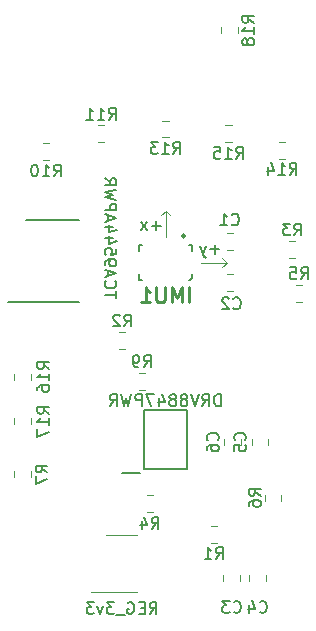
<source format=gbr>
G04 #@! TF.GenerationSoftware,KiCad,Pcbnew,(5.1.2)-2*
G04 #@! TF.CreationDate,2019-12-09T19:40:43+00:00*
G04 #@! TF.ProjectId,main_pcb,6d61696e-5f70-4636-922e-6b696361645f,rev?*
G04 #@! TF.SameCoordinates,Original*
G04 #@! TF.FileFunction,Legend,Bot*
G04 #@! TF.FilePolarity,Positive*
%FSLAX46Y46*%
G04 Gerber Fmt 4.6, Leading zero omitted, Abs format (unit mm)*
G04 Created by KiCad (PCBNEW (5.1.2)-2) date 2019-12-09 19:40:43*
%MOMM*%
%LPD*%
G04 APERTURE LIST*
%ADD10C,0.150000*%
%ADD11C,0.120000*%
%ADD12C,0.200000*%
%ADD13C,0.250000*%
%ADD14C,0.254000*%
G04 APERTURE END LIST*
D10*
X129047619Y-93819047D02*
X129047619Y-93247619D01*
X128047619Y-93533333D02*
X129047619Y-93533333D01*
X128142857Y-92342857D02*
X128095238Y-92390476D01*
X128047619Y-92533333D01*
X128047619Y-92628571D01*
X128095238Y-92771428D01*
X128190476Y-92866666D01*
X128285714Y-92914285D01*
X128476190Y-92961904D01*
X128619047Y-92961904D01*
X128809523Y-92914285D01*
X128904761Y-92866666D01*
X129000000Y-92771428D01*
X129047619Y-92628571D01*
X129047619Y-92533333D01*
X129000000Y-92390476D01*
X128952380Y-92342857D01*
X128333333Y-91961904D02*
X128333333Y-91485714D01*
X128047619Y-92057142D02*
X129047619Y-91723809D01*
X128047619Y-91390476D01*
X128047619Y-91009523D02*
X128047619Y-90819047D01*
X128095238Y-90723809D01*
X128142857Y-90676190D01*
X128285714Y-90580952D01*
X128476190Y-90533333D01*
X128857142Y-90533333D01*
X128952380Y-90580952D01*
X129000000Y-90628571D01*
X129047619Y-90723809D01*
X129047619Y-90914285D01*
X129000000Y-91009523D01*
X128952380Y-91057142D01*
X128857142Y-91104761D01*
X128619047Y-91104761D01*
X128523809Y-91057142D01*
X128476190Y-91009523D01*
X128428571Y-90914285D01*
X128428571Y-90723809D01*
X128476190Y-90628571D01*
X128523809Y-90580952D01*
X128619047Y-90533333D01*
X129047619Y-89628571D02*
X129047619Y-90104761D01*
X128571428Y-90152380D01*
X128619047Y-90104761D01*
X128666666Y-90009523D01*
X128666666Y-89771428D01*
X128619047Y-89676190D01*
X128571428Y-89628571D01*
X128476190Y-89580952D01*
X128238095Y-89580952D01*
X128142857Y-89628571D01*
X128095238Y-89676190D01*
X128047619Y-89771428D01*
X128047619Y-90009523D01*
X128095238Y-90104761D01*
X128142857Y-90152380D01*
X128714285Y-88723809D02*
X128047619Y-88723809D01*
X129095238Y-88961904D02*
X128380952Y-89200000D01*
X128380952Y-88580952D01*
X128714285Y-87771428D02*
X128047619Y-87771428D01*
X129095238Y-88009523D02*
X128380952Y-88247619D01*
X128380952Y-87628571D01*
X128333333Y-87295238D02*
X128333333Y-86819047D01*
X128047619Y-87390476D02*
X129047619Y-87057142D01*
X128047619Y-86723809D01*
X128047619Y-86390476D02*
X129047619Y-86390476D01*
X129047619Y-86009523D01*
X129000000Y-85914285D01*
X128952380Y-85866666D01*
X128857142Y-85819047D01*
X128714285Y-85819047D01*
X128619047Y-85866666D01*
X128571428Y-85914285D01*
X128523809Y-86009523D01*
X128523809Y-86390476D01*
X129047619Y-85485714D02*
X128047619Y-85247619D01*
X128761904Y-85057142D01*
X128047619Y-84866666D01*
X129047619Y-84628571D01*
X128047619Y-83676190D02*
X128523809Y-84009523D01*
X128047619Y-84247619D02*
X129047619Y-84247619D01*
X129047619Y-83866666D01*
X129000000Y-83771428D01*
X128952380Y-83723809D01*
X128857142Y-83676190D01*
X128714285Y-83676190D01*
X128619047Y-83723809D01*
X128571428Y-83771428D01*
X128523809Y-83866666D01*
X128523809Y-84247619D01*
X137866666Y-102952380D02*
X137866666Y-101952380D01*
X137628571Y-101952380D01*
X137485714Y-102000000D01*
X137390476Y-102095238D01*
X137342857Y-102190476D01*
X137295238Y-102380952D01*
X137295238Y-102523809D01*
X137342857Y-102714285D01*
X137390476Y-102809523D01*
X137485714Y-102904761D01*
X137628571Y-102952380D01*
X137866666Y-102952380D01*
X136295238Y-102952380D02*
X136628571Y-102476190D01*
X136866666Y-102952380D02*
X136866666Y-101952380D01*
X136485714Y-101952380D01*
X136390476Y-102000000D01*
X136342857Y-102047619D01*
X136295238Y-102142857D01*
X136295238Y-102285714D01*
X136342857Y-102380952D01*
X136390476Y-102428571D01*
X136485714Y-102476190D01*
X136866666Y-102476190D01*
X136009523Y-101952380D02*
X135676190Y-102952380D01*
X135342857Y-101952380D01*
X134866666Y-102380952D02*
X134961904Y-102333333D01*
X135009523Y-102285714D01*
X135057142Y-102190476D01*
X135057142Y-102142857D01*
X135009523Y-102047619D01*
X134961904Y-102000000D01*
X134866666Y-101952380D01*
X134676190Y-101952380D01*
X134580952Y-102000000D01*
X134533333Y-102047619D01*
X134485714Y-102142857D01*
X134485714Y-102190476D01*
X134533333Y-102285714D01*
X134580952Y-102333333D01*
X134676190Y-102380952D01*
X134866666Y-102380952D01*
X134961904Y-102428571D01*
X135009523Y-102476190D01*
X135057142Y-102571428D01*
X135057142Y-102761904D01*
X135009523Y-102857142D01*
X134961904Y-102904761D01*
X134866666Y-102952380D01*
X134676190Y-102952380D01*
X134580952Y-102904761D01*
X134533333Y-102857142D01*
X134485714Y-102761904D01*
X134485714Y-102571428D01*
X134533333Y-102476190D01*
X134580952Y-102428571D01*
X134676190Y-102380952D01*
X133914285Y-102380952D02*
X134009523Y-102333333D01*
X134057142Y-102285714D01*
X134104761Y-102190476D01*
X134104761Y-102142857D01*
X134057142Y-102047619D01*
X134009523Y-102000000D01*
X133914285Y-101952380D01*
X133723809Y-101952380D01*
X133628571Y-102000000D01*
X133580952Y-102047619D01*
X133533333Y-102142857D01*
X133533333Y-102190476D01*
X133580952Y-102285714D01*
X133628571Y-102333333D01*
X133723809Y-102380952D01*
X133914285Y-102380952D01*
X134009523Y-102428571D01*
X134057142Y-102476190D01*
X134104761Y-102571428D01*
X134104761Y-102761904D01*
X134057142Y-102857142D01*
X134009523Y-102904761D01*
X133914285Y-102952380D01*
X133723809Y-102952380D01*
X133628571Y-102904761D01*
X133580952Y-102857142D01*
X133533333Y-102761904D01*
X133533333Y-102571428D01*
X133580952Y-102476190D01*
X133628571Y-102428571D01*
X133723809Y-102380952D01*
X132676190Y-102285714D02*
X132676190Y-102952380D01*
X132914285Y-101904761D02*
X133152380Y-102619047D01*
X132533333Y-102619047D01*
X132247619Y-101952380D02*
X131580952Y-101952380D01*
X132009523Y-102952380D01*
X131200000Y-102952380D02*
X131200000Y-101952380D01*
X130819047Y-101952380D01*
X130723809Y-102000000D01*
X130676190Y-102047619D01*
X130628571Y-102142857D01*
X130628571Y-102285714D01*
X130676190Y-102380952D01*
X130723809Y-102428571D01*
X130819047Y-102476190D01*
X131200000Y-102476190D01*
X130295238Y-101952380D02*
X130057142Y-102952380D01*
X129866666Y-102238095D01*
X129676190Y-102952380D01*
X129438095Y-101952380D01*
X128485714Y-102952380D02*
X128819047Y-102476190D01*
X129057142Y-102952380D02*
X129057142Y-101952380D01*
X128676190Y-101952380D01*
X128580952Y-102000000D01*
X128533333Y-102047619D01*
X128485714Y-102142857D01*
X128485714Y-102285714D01*
X128533333Y-102380952D01*
X128580952Y-102428571D01*
X128676190Y-102476190D01*
X129057142Y-102476190D01*
D11*
X133200000Y-86400000D02*
X133600000Y-86800000D01*
X133200000Y-86400000D02*
X132800000Y-86800000D01*
X138400000Y-90800000D02*
X138000000Y-90400000D01*
X138000000Y-91200000D02*
X138400000Y-90800000D01*
D10*
X137761904Y-89671428D02*
X137000000Y-89671428D01*
X137380952Y-90052380D02*
X137380952Y-89290476D01*
X136619047Y-89385714D02*
X136380952Y-90052380D01*
X136142857Y-89385714D02*
X136380952Y-90052380D01*
X136476190Y-90290476D01*
X136523809Y-90338095D01*
X136619047Y-90385714D01*
X132785714Y-87671428D02*
X132023809Y-87671428D01*
X132404761Y-88052380D02*
X132404761Y-87290476D01*
X131642857Y-88052380D02*
X131119047Y-87385714D01*
X131642857Y-87385714D02*
X131119047Y-88052380D01*
D11*
X138400000Y-90800000D02*
X136200000Y-90800000D01*
X133200000Y-86400000D02*
X133200000Y-88600000D01*
X137890000Y-71396078D02*
X137890000Y-70878922D01*
X139310000Y-71396078D02*
X139310000Y-70878922D01*
X121810000Y-103978922D02*
X121810000Y-104496078D01*
X120390000Y-103978922D02*
X120390000Y-104496078D01*
X121810000Y-100203922D02*
X121810000Y-100721078D01*
X120390000Y-100203922D02*
X120390000Y-100721078D01*
X126900000Y-118700000D02*
X130800000Y-118700000D01*
X130800000Y-113900000D02*
X128200000Y-113900000D01*
X138278922Y-79190000D02*
X138796078Y-79190000D01*
X138278922Y-80610000D02*
X138796078Y-80610000D01*
X143321078Y-82010000D02*
X142803922Y-82010000D01*
X143321078Y-80590000D02*
X142803922Y-80590000D01*
X132941422Y-78790000D02*
X133458578Y-78790000D01*
X132941422Y-80210000D02*
X133458578Y-80210000D01*
X128021078Y-80610000D02*
X127503922Y-80610000D01*
X128021078Y-79190000D02*
X127503922Y-79190000D01*
X122841422Y-80690000D02*
X123358578Y-80690000D01*
X122841422Y-82110000D02*
X123358578Y-82110000D01*
X130941422Y-100190000D02*
X131458578Y-100190000D01*
X130941422Y-101610000D02*
X131458578Y-101610000D01*
X120390000Y-108996078D02*
X120390000Y-108478922D01*
X121810000Y-108996078D02*
X121810000Y-108478922D01*
X141590000Y-110958578D02*
X141590000Y-110441422D01*
X143010000Y-110958578D02*
X143010000Y-110441422D01*
X144758578Y-94110000D02*
X144241422Y-94110000D01*
X144758578Y-92690000D02*
X144241422Y-92690000D01*
X132121078Y-111910000D02*
X131603922Y-111910000D01*
X132121078Y-110490000D02*
X131603922Y-110490000D01*
X144196078Y-90410000D02*
X143678922Y-90410000D01*
X144196078Y-88990000D02*
X143678922Y-88990000D01*
X129796078Y-98110000D02*
X129278922Y-98110000D01*
X129796078Y-96690000D02*
X129278922Y-96690000D01*
X137041422Y-113090000D02*
X137558578Y-113090000D01*
X137041422Y-114510000D02*
X137558578Y-114510000D01*
D10*
X119900000Y-94125000D02*
X125875000Y-94125000D01*
X121425000Y-87225000D02*
X125875000Y-87225000D01*
D12*
X129525000Y-108650000D02*
X131000000Y-108650000D01*
X131350000Y-103300000D02*
X131350000Y-108300000D01*
X135050000Y-103300000D02*
X131350000Y-103300000D01*
X135050000Y-108300000D02*
X135050000Y-103300000D01*
X131350000Y-108300000D02*
X135050000Y-108300000D01*
D11*
X139610000Y-105741422D02*
X139610000Y-106258578D01*
X138190000Y-105741422D02*
X138190000Y-106258578D01*
X141910000Y-105741422D02*
X141910000Y-106258578D01*
X140490000Y-105741422D02*
X140490000Y-106258578D01*
X140290000Y-117758578D02*
X140290000Y-117241422D01*
X141710000Y-117758578D02*
X141710000Y-117241422D01*
X138090000Y-117758578D02*
X138090000Y-117241422D01*
X139510000Y-117758578D02*
X139510000Y-117241422D01*
D13*
X134854000Y-88540000D02*
G75*
G03X134854000Y-88540000I-125000J0D01*
G01*
D12*
X130950000Y-89300000D02*
X130950000Y-89800000D01*
X131200000Y-89300000D02*
X130950000Y-89300000D01*
X130950000Y-92300000D02*
X130950000Y-91800000D01*
X131200000Y-92300000D02*
X130950000Y-92300000D01*
X135450000Y-89300000D02*
X135450000Y-89800000D01*
X135200000Y-89300000D02*
X135450000Y-89300000D01*
X135450000Y-92100000D02*
X135450000Y-91800000D01*
X135250000Y-92300000D02*
X135450000Y-92100000D01*
X135200000Y-92300000D02*
X135250000Y-92300000D01*
D11*
X138896078Y-93210000D02*
X138378922Y-93210000D01*
X138896078Y-91790000D02*
X138378922Y-91790000D01*
X138378922Y-88290000D02*
X138896078Y-88290000D01*
X138378922Y-89710000D02*
X138896078Y-89710000D01*
D10*
X140702380Y-70494642D02*
X140226190Y-70161309D01*
X140702380Y-69923214D02*
X139702380Y-69923214D01*
X139702380Y-70304166D01*
X139750000Y-70399404D01*
X139797619Y-70447023D01*
X139892857Y-70494642D01*
X140035714Y-70494642D01*
X140130952Y-70447023D01*
X140178571Y-70399404D01*
X140226190Y-70304166D01*
X140226190Y-69923214D01*
X140702380Y-71447023D02*
X140702380Y-70875595D01*
X140702380Y-71161309D02*
X139702380Y-71161309D01*
X139845238Y-71066071D01*
X139940476Y-70970833D01*
X139988095Y-70875595D01*
X140130952Y-72018452D02*
X140083333Y-71923214D01*
X140035714Y-71875595D01*
X139940476Y-71827976D01*
X139892857Y-71827976D01*
X139797619Y-71875595D01*
X139750000Y-71923214D01*
X139702380Y-72018452D01*
X139702380Y-72208928D01*
X139750000Y-72304166D01*
X139797619Y-72351785D01*
X139892857Y-72399404D01*
X139940476Y-72399404D01*
X140035714Y-72351785D01*
X140083333Y-72304166D01*
X140130952Y-72208928D01*
X140130952Y-72018452D01*
X140178571Y-71923214D01*
X140226190Y-71875595D01*
X140321428Y-71827976D01*
X140511904Y-71827976D01*
X140607142Y-71875595D01*
X140654761Y-71923214D01*
X140702380Y-72018452D01*
X140702380Y-72208928D01*
X140654761Y-72304166D01*
X140607142Y-72351785D01*
X140511904Y-72399404D01*
X140321428Y-72399404D01*
X140226190Y-72351785D01*
X140178571Y-72304166D01*
X140130952Y-72208928D01*
X123352380Y-103594642D02*
X122876190Y-103261309D01*
X123352380Y-103023214D02*
X122352380Y-103023214D01*
X122352380Y-103404166D01*
X122400000Y-103499404D01*
X122447619Y-103547023D01*
X122542857Y-103594642D01*
X122685714Y-103594642D01*
X122780952Y-103547023D01*
X122828571Y-103499404D01*
X122876190Y-103404166D01*
X122876190Y-103023214D01*
X123352380Y-104547023D02*
X123352380Y-103975595D01*
X123352380Y-104261309D02*
X122352380Y-104261309D01*
X122495238Y-104166071D01*
X122590476Y-104070833D01*
X122638095Y-103975595D01*
X122352380Y-104880357D02*
X122352380Y-105547023D01*
X123352380Y-105118452D01*
X123352380Y-99819642D02*
X122876190Y-99486309D01*
X123352380Y-99248214D02*
X122352380Y-99248214D01*
X122352380Y-99629166D01*
X122400000Y-99724404D01*
X122447619Y-99772023D01*
X122542857Y-99819642D01*
X122685714Y-99819642D01*
X122780952Y-99772023D01*
X122828571Y-99724404D01*
X122876190Y-99629166D01*
X122876190Y-99248214D01*
X123352380Y-100772023D02*
X123352380Y-100200595D01*
X123352380Y-100486309D02*
X122352380Y-100486309D01*
X122495238Y-100391071D01*
X122590476Y-100295833D01*
X122638095Y-100200595D01*
X122352380Y-101629166D02*
X122352380Y-101438690D01*
X122400000Y-101343452D01*
X122447619Y-101295833D01*
X122590476Y-101200595D01*
X122780952Y-101152976D01*
X123161904Y-101152976D01*
X123257142Y-101200595D01*
X123304761Y-101248214D01*
X123352380Y-101343452D01*
X123352380Y-101533928D01*
X123304761Y-101629166D01*
X123257142Y-101676785D01*
X123161904Y-101724404D01*
X122923809Y-101724404D01*
X122828571Y-101676785D01*
X122780952Y-101629166D01*
X122733333Y-101533928D01*
X122733333Y-101343452D01*
X122780952Y-101248214D01*
X122828571Y-101200595D01*
X122923809Y-101152976D01*
X131857142Y-120552380D02*
X132190476Y-120076190D01*
X132428571Y-120552380D02*
X132428571Y-119552380D01*
X132047619Y-119552380D01*
X131952380Y-119600000D01*
X131904761Y-119647619D01*
X131857142Y-119742857D01*
X131857142Y-119885714D01*
X131904761Y-119980952D01*
X131952380Y-120028571D01*
X132047619Y-120076190D01*
X132428571Y-120076190D01*
X131428571Y-120028571D02*
X131095238Y-120028571D01*
X130952380Y-120552380D02*
X131428571Y-120552380D01*
X131428571Y-119552380D01*
X130952380Y-119552380D01*
X130000000Y-119600000D02*
X130095238Y-119552380D01*
X130238095Y-119552380D01*
X130380952Y-119600000D01*
X130476190Y-119695238D01*
X130523809Y-119790476D01*
X130571428Y-119980952D01*
X130571428Y-120123809D01*
X130523809Y-120314285D01*
X130476190Y-120409523D01*
X130380952Y-120504761D01*
X130238095Y-120552380D01*
X130142857Y-120552380D01*
X130000000Y-120504761D01*
X129952380Y-120457142D01*
X129952380Y-120123809D01*
X130142857Y-120123809D01*
X129761904Y-120647619D02*
X129000000Y-120647619D01*
X128857142Y-119552380D02*
X128238095Y-119552380D01*
X128571428Y-119933333D01*
X128428571Y-119933333D01*
X128333333Y-119980952D01*
X128285714Y-120028571D01*
X128238095Y-120123809D01*
X128238095Y-120361904D01*
X128285714Y-120457142D01*
X128333333Y-120504761D01*
X128428571Y-120552380D01*
X128714285Y-120552380D01*
X128809523Y-120504761D01*
X128857142Y-120457142D01*
X127904761Y-119885714D02*
X127666666Y-120552380D01*
X127428571Y-119885714D01*
X127142857Y-119552380D02*
X126523809Y-119552380D01*
X126857142Y-119933333D01*
X126714285Y-119933333D01*
X126619047Y-119980952D01*
X126571428Y-120028571D01*
X126523809Y-120123809D01*
X126523809Y-120361904D01*
X126571428Y-120457142D01*
X126619047Y-120504761D01*
X126714285Y-120552380D01*
X127000000Y-120552380D01*
X127095238Y-120504761D01*
X127142857Y-120457142D01*
X139180357Y-82002380D02*
X139513690Y-81526190D01*
X139751785Y-82002380D02*
X139751785Y-81002380D01*
X139370833Y-81002380D01*
X139275595Y-81050000D01*
X139227976Y-81097619D01*
X139180357Y-81192857D01*
X139180357Y-81335714D01*
X139227976Y-81430952D01*
X139275595Y-81478571D01*
X139370833Y-81526190D01*
X139751785Y-81526190D01*
X138227976Y-82002380D02*
X138799404Y-82002380D01*
X138513690Y-82002380D02*
X138513690Y-81002380D01*
X138608928Y-81145238D01*
X138704166Y-81240476D01*
X138799404Y-81288095D01*
X137323214Y-81002380D02*
X137799404Y-81002380D01*
X137847023Y-81478571D01*
X137799404Y-81430952D01*
X137704166Y-81383333D01*
X137466071Y-81383333D01*
X137370833Y-81430952D01*
X137323214Y-81478571D01*
X137275595Y-81573809D01*
X137275595Y-81811904D01*
X137323214Y-81907142D01*
X137370833Y-81954761D01*
X137466071Y-82002380D01*
X137704166Y-82002380D01*
X137799404Y-81954761D01*
X137847023Y-81907142D01*
X143705357Y-83352380D02*
X144038690Y-82876190D01*
X144276785Y-83352380D02*
X144276785Y-82352380D01*
X143895833Y-82352380D01*
X143800595Y-82400000D01*
X143752976Y-82447619D01*
X143705357Y-82542857D01*
X143705357Y-82685714D01*
X143752976Y-82780952D01*
X143800595Y-82828571D01*
X143895833Y-82876190D01*
X144276785Y-82876190D01*
X142752976Y-83352380D02*
X143324404Y-83352380D01*
X143038690Y-83352380D02*
X143038690Y-82352380D01*
X143133928Y-82495238D01*
X143229166Y-82590476D01*
X143324404Y-82638095D01*
X141895833Y-82685714D02*
X141895833Y-83352380D01*
X142133928Y-82304761D02*
X142372023Y-83019047D01*
X141752976Y-83019047D01*
X133842857Y-81602380D02*
X134176190Y-81126190D01*
X134414285Y-81602380D02*
X134414285Y-80602380D01*
X134033333Y-80602380D01*
X133938095Y-80650000D01*
X133890476Y-80697619D01*
X133842857Y-80792857D01*
X133842857Y-80935714D01*
X133890476Y-81030952D01*
X133938095Y-81078571D01*
X134033333Y-81126190D01*
X134414285Y-81126190D01*
X132890476Y-81602380D02*
X133461904Y-81602380D01*
X133176190Y-81602380D02*
X133176190Y-80602380D01*
X133271428Y-80745238D01*
X133366666Y-80840476D01*
X133461904Y-80888095D01*
X132557142Y-80602380D02*
X131938095Y-80602380D01*
X132271428Y-80983333D01*
X132128571Y-80983333D01*
X132033333Y-81030952D01*
X131985714Y-81078571D01*
X131938095Y-81173809D01*
X131938095Y-81411904D01*
X131985714Y-81507142D01*
X132033333Y-81554761D01*
X132128571Y-81602380D01*
X132414285Y-81602380D01*
X132509523Y-81554761D01*
X132557142Y-81507142D01*
X128405357Y-78702380D02*
X128738690Y-78226190D01*
X128976785Y-78702380D02*
X128976785Y-77702380D01*
X128595833Y-77702380D01*
X128500595Y-77750000D01*
X128452976Y-77797619D01*
X128405357Y-77892857D01*
X128405357Y-78035714D01*
X128452976Y-78130952D01*
X128500595Y-78178571D01*
X128595833Y-78226190D01*
X128976785Y-78226190D01*
X127452976Y-78702380D02*
X128024404Y-78702380D01*
X127738690Y-78702380D02*
X127738690Y-77702380D01*
X127833928Y-77845238D01*
X127929166Y-77940476D01*
X128024404Y-77988095D01*
X126500595Y-78702380D02*
X127072023Y-78702380D01*
X126786309Y-78702380D02*
X126786309Y-77702380D01*
X126881547Y-77845238D01*
X126976785Y-77940476D01*
X127072023Y-77988095D01*
X123742857Y-83502380D02*
X124076190Y-83026190D01*
X124314285Y-83502380D02*
X124314285Y-82502380D01*
X123933333Y-82502380D01*
X123838095Y-82550000D01*
X123790476Y-82597619D01*
X123742857Y-82692857D01*
X123742857Y-82835714D01*
X123790476Y-82930952D01*
X123838095Y-82978571D01*
X123933333Y-83026190D01*
X124314285Y-83026190D01*
X122790476Y-83502380D02*
X123361904Y-83502380D01*
X123076190Y-83502380D02*
X123076190Y-82502380D01*
X123171428Y-82645238D01*
X123266666Y-82740476D01*
X123361904Y-82788095D01*
X122171428Y-82502380D02*
X122076190Y-82502380D01*
X121980952Y-82550000D01*
X121933333Y-82597619D01*
X121885714Y-82692857D01*
X121838095Y-82883333D01*
X121838095Y-83121428D01*
X121885714Y-83311904D01*
X121933333Y-83407142D01*
X121980952Y-83454761D01*
X122076190Y-83502380D01*
X122171428Y-83502380D01*
X122266666Y-83454761D01*
X122314285Y-83407142D01*
X122361904Y-83311904D01*
X122409523Y-83121428D01*
X122409523Y-82883333D01*
X122361904Y-82692857D01*
X122314285Y-82597619D01*
X122266666Y-82550000D01*
X122171428Y-82502380D01*
X131366666Y-99652380D02*
X131700000Y-99176190D01*
X131938095Y-99652380D02*
X131938095Y-98652380D01*
X131557142Y-98652380D01*
X131461904Y-98700000D01*
X131414285Y-98747619D01*
X131366666Y-98842857D01*
X131366666Y-98985714D01*
X131414285Y-99080952D01*
X131461904Y-99128571D01*
X131557142Y-99176190D01*
X131938095Y-99176190D01*
X130890476Y-99652380D02*
X130700000Y-99652380D01*
X130604761Y-99604761D01*
X130557142Y-99557142D01*
X130461904Y-99414285D01*
X130414285Y-99223809D01*
X130414285Y-98842857D01*
X130461904Y-98747619D01*
X130509523Y-98700000D01*
X130604761Y-98652380D01*
X130795238Y-98652380D01*
X130890476Y-98700000D01*
X130938095Y-98747619D01*
X130985714Y-98842857D01*
X130985714Y-99080952D01*
X130938095Y-99176190D01*
X130890476Y-99223809D01*
X130795238Y-99271428D01*
X130604761Y-99271428D01*
X130509523Y-99223809D01*
X130461904Y-99176190D01*
X130414285Y-99080952D01*
X123202380Y-108570833D02*
X122726190Y-108237500D01*
X123202380Y-107999404D02*
X122202380Y-107999404D01*
X122202380Y-108380357D01*
X122250000Y-108475595D01*
X122297619Y-108523214D01*
X122392857Y-108570833D01*
X122535714Y-108570833D01*
X122630952Y-108523214D01*
X122678571Y-108475595D01*
X122726190Y-108380357D01*
X122726190Y-107999404D01*
X122202380Y-108904166D02*
X122202380Y-109570833D01*
X123202380Y-109142261D01*
X141252380Y-110533333D02*
X140776190Y-110200000D01*
X141252380Y-109961904D02*
X140252380Y-109961904D01*
X140252380Y-110342857D01*
X140300000Y-110438095D01*
X140347619Y-110485714D01*
X140442857Y-110533333D01*
X140585714Y-110533333D01*
X140680952Y-110485714D01*
X140728571Y-110438095D01*
X140776190Y-110342857D01*
X140776190Y-109961904D01*
X140252380Y-111390476D02*
X140252380Y-111200000D01*
X140300000Y-111104761D01*
X140347619Y-111057142D01*
X140490476Y-110961904D01*
X140680952Y-110914285D01*
X141061904Y-110914285D01*
X141157142Y-110961904D01*
X141204761Y-111009523D01*
X141252380Y-111104761D01*
X141252380Y-111295238D01*
X141204761Y-111390476D01*
X141157142Y-111438095D01*
X141061904Y-111485714D01*
X140823809Y-111485714D01*
X140728571Y-111438095D01*
X140680952Y-111390476D01*
X140633333Y-111295238D01*
X140633333Y-111104761D01*
X140680952Y-111009523D01*
X140728571Y-110961904D01*
X140823809Y-110914285D01*
X144666666Y-92202380D02*
X145000000Y-91726190D01*
X145238095Y-92202380D02*
X145238095Y-91202380D01*
X144857142Y-91202380D01*
X144761904Y-91250000D01*
X144714285Y-91297619D01*
X144666666Y-91392857D01*
X144666666Y-91535714D01*
X144714285Y-91630952D01*
X144761904Y-91678571D01*
X144857142Y-91726190D01*
X145238095Y-91726190D01*
X143761904Y-91202380D02*
X144238095Y-91202380D01*
X144285714Y-91678571D01*
X144238095Y-91630952D01*
X144142857Y-91583333D01*
X143904761Y-91583333D01*
X143809523Y-91630952D01*
X143761904Y-91678571D01*
X143714285Y-91773809D01*
X143714285Y-92011904D01*
X143761904Y-92107142D01*
X143809523Y-92154761D01*
X143904761Y-92202380D01*
X144142857Y-92202380D01*
X144238095Y-92154761D01*
X144285714Y-92107142D01*
X132029166Y-113352380D02*
X132362500Y-112876190D01*
X132600595Y-113352380D02*
X132600595Y-112352380D01*
X132219642Y-112352380D01*
X132124404Y-112400000D01*
X132076785Y-112447619D01*
X132029166Y-112542857D01*
X132029166Y-112685714D01*
X132076785Y-112780952D01*
X132124404Y-112828571D01*
X132219642Y-112876190D01*
X132600595Y-112876190D01*
X131172023Y-112685714D02*
X131172023Y-113352380D01*
X131410119Y-112304761D02*
X131648214Y-113019047D01*
X131029166Y-113019047D01*
X144104166Y-88502380D02*
X144437500Y-88026190D01*
X144675595Y-88502380D02*
X144675595Y-87502380D01*
X144294642Y-87502380D01*
X144199404Y-87550000D01*
X144151785Y-87597619D01*
X144104166Y-87692857D01*
X144104166Y-87835714D01*
X144151785Y-87930952D01*
X144199404Y-87978571D01*
X144294642Y-88026190D01*
X144675595Y-88026190D01*
X143770833Y-87502380D02*
X143151785Y-87502380D01*
X143485119Y-87883333D01*
X143342261Y-87883333D01*
X143247023Y-87930952D01*
X143199404Y-87978571D01*
X143151785Y-88073809D01*
X143151785Y-88311904D01*
X143199404Y-88407142D01*
X143247023Y-88454761D01*
X143342261Y-88502380D01*
X143627976Y-88502380D01*
X143723214Y-88454761D01*
X143770833Y-88407142D01*
X129704166Y-96202380D02*
X130037500Y-95726190D01*
X130275595Y-96202380D02*
X130275595Y-95202380D01*
X129894642Y-95202380D01*
X129799404Y-95250000D01*
X129751785Y-95297619D01*
X129704166Y-95392857D01*
X129704166Y-95535714D01*
X129751785Y-95630952D01*
X129799404Y-95678571D01*
X129894642Y-95726190D01*
X130275595Y-95726190D01*
X129323214Y-95297619D02*
X129275595Y-95250000D01*
X129180357Y-95202380D01*
X128942261Y-95202380D01*
X128847023Y-95250000D01*
X128799404Y-95297619D01*
X128751785Y-95392857D01*
X128751785Y-95488095D01*
X128799404Y-95630952D01*
X129370833Y-96202380D01*
X128751785Y-96202380D01*
X137466666Y-115902380D02*
X137800000Y-115426190D01*
X138038095Y-115902380D02*
X138038095Y-114902380D01*
X137657142Y-114902380D01*
X137561904Y-114950000D01*
X137514285Y-114997619D01*
X137466666Y-115092857D01*
X137466666Y-115235714D01*
X137514285Y-115330952D01*
X137561904Y-115378571D01*
X137657142Y-115426190D01*
X138038095Y-115426190D01*
X136514285Y-115902380D02*
X137085714Y-115902380D01*
X136800000Y-115902380D02*
X136800000Y-114902380D01*
X136895238Y-115045238D01*
X136990476Y-115140476D01*
X137085714Y-115188095D01*
X137607142Y-105833333D02*
X137654761Y-105785714D01*
X137702380Y-105642857D01*
X137702380Y-105547619D01*
X137654761Y-105404761D01*
X137559523Y-105309523D01*
X137464285Y-105261904D01*
X137273809Y-105214285D01*
X137130952Y-105214285D01*
X136940476Y-105261904D01*
X136845238Y-105309523D01*
X136750000Y-105404761D01*
X136702380Y-105547619D01*
X136702380Y-105642857D01*
X136750000Y-105785714D01*
X136797619Y-105833333D01*
X136702380Y-106690476D02*
X136702380Y-106500000D01*
X136750000Y-106404761D01*
X136797619Y-106357142D01*
X136940476Y-106261904D01*
X137130952Y-106214285D01*
X137511904Y-106214285D01*
X137607142Y-106261904D01*
X137654761Y-106309523D01*
X137702380Y-106404761D01*
X137702380Y-106595238D01*
X137654761Y-106690476D01*
X137607142Y-106738095D01*
X137511904Y-106785714D01*
X137273809Y-106785714D01*
X137178571Y-106738095D01*
X137130952Y-106690476D01*
X137083333Y-106595238D01*
X137083333Y-106404761D01*
X137130952Y-106309523D01*
X137178571Y-106261904D01*
X137273809Y-106214285D01*
X139907142Y-105833333D02*
X139954761Y-105785714D01*
X140002380Y-105642857D01*
X140002380Y-105547619D01*
X139954761Y-105404761D01*
X139859523Y-105309523D01*
X139764285Y-105261904D01*
X139573809Y-105214285D01*
X139430952Y-105214285D01*
X139240476Y-105261904D01*
X139145238Y-105309523D01*
X139050000Y-105404761D01*
X139002380Y-105547619D01*
X139002380Y-105642857D01*
X139050000Y-105785714D01*
X139097619Y-105833333D01*
X139002380Y-106738095D02*
X139002380Y-106261904D01*
X139478571Y-106214285D01*
X139430952Y-106261904D01*
X139383333Y-106357142D01*
X139383333Y-106595238D01*
X139430952Y-106690476D01*
X139478571Y-106738095D01*
X139573809Y-106785714D01*
X139811904Y-106785714D01*
X139907142Y-106738095D01*
X139954761Y-106690476D01*
X140002380Y-106595238D01*
X140002380Y-106357142D01*
X139954761Y-106261904D01*
X139907142Y-106214285D01*
X141166666Y-120357142D02*
X141214285Y-120404761D01*
X141357142Y-120452380D01*
X141452380Y-120452380D01*
X141595238Y-120404761D01*
X141690476Y-120309523D01*
X141738095Y-120214285D01*
X141785714Y-120023809D01*
X141785714Y-119880952D01*
X141738095Y-119690476D01*
X141690476Y-119595238D01*
X141595238Y-119500000D01*
X141452380Y-119452380D01*
X141357142Y-119452380D01*
X141214285Y-119500000D01*
X141166666Y-119547619D01*
X140309523Y-119785714D02*
X140309523Y-120452380D01*
X140547619Y-119404761D02*
X140785714Y-120119047D01*
X140166666Y-120119047D01*
X138966666Y-120357142D02*
X139014285Y-120404761D01*
X139157142Y-120452380D01*
X139252380Y-120452380D01*
X139395238Y-120404761D01*
X139490476Y-120309523D01*
X139538095Y-120214285D01*
X139585714Y-120023809D01*
X139585714Y-119880952D01*
X139538095Y-119690476D01*
X139490476Y-119595238D01*
X139395238Y-119500000D01*
X139252380Y-119452380D01*
X139157142Y-119452380D01*
X139014285Y-119500000D01*
X138966666Y-119547619D01*
X138633333Y-119452380D02*
X138014285Y-119452380D01*
X138347619Y-119833333D01*
X138204761Y-119833333D01*
X138109523Y-119880952D01*
X138061904Y-119928571D01*
X138014285Y-120023809D01*
X138014285Y-120261904D01*
X138061904Y-120357142D01*
X138109523Y-120404761D01*
X138204761Y-120452380D01*
X138490476Y-120452380D01*
X138585714Y-120404761D01*
X138633333Y-120357142D01*
D14*
X135195714Y-94174523D02*
X135195714Y-92904523D01*
X134590952Y-94174523D02*
X134590952Y-92904523D01*
X134167619Y-93811666D01*
X133744285Y-92904523D01*
X133744285Y-94174523D01*
X133139523Y-92904523D02*
X133139523Y-93932619D01*
X133079047Y-94053571D01*
X133018571Y-94114047D01*
X132897619Y-94174523D01*
X132655714Y-94174523D01*
X132534761Y-94114047D01*
X132474285Y-94053571D01*
X132413809Y-93932619D01*
X132413809Y-92904523D01*
X131143809Y-94174523D02*
X131869523Y-94174523D01*
X131506666Y-94174523D02*
X131506666Y-92904523D01*
X131627619Y-93085952D01*
X131748571Y-93206904D01*
X131869523Y-93267380D01*
D10*
X138941666Y-94657142D02*
X138989285Y-94704761D01*
X139132142Y-94752380D01*
X139227380Y-94752380D01*
X139370238Y-94704761D01*
X139465476Y-94609523D01*
X139513095Y-94514285D01*
X139560714Y-94323809D01*
X139560714Y-94180952D01*
X139513095Y-93990476D01*
X139465476Y-93895238D01*
X139370238Y-93800000D01*
X139227380Y-93752380D01*
X139132142Y-93752380D01*
X138989285Y-93800000D01*
X138941666Y-93847619D01*
X138560714Y-93847619D02*
X138513095Y-93800000D01*
X138417857Y-93752380D01*
X138179761Y-93752380D01*
X138084523Y-93800000D01*
X138036904Y-93847619D01*
X137989285Y-93942857D01*
X137989285Y-94038095D01*
X138036904Y-94180952D01*
X138608333Y-94752380D01*
X137989285Y-94752380D01*
X138804166Y-87557142D02*
X138851785Y-87604761D01*
X138994642Y-87652380D01*
X139089880Y-87652380D01*
X139232738Y-87604761D01*
X139327976Y-87509523D01*
X139375595Y-87414285D01*
X139423214Y-87223809D01*
X139423214Y-87080952D01*
X139375595Y-86890476D01*
X139327976Y-86795238D01*
X139232738Y-86700000D01*
X139089880Y-86652380D01*
X138994642Y-86652380D01*
X138851785Y-86700000D01*
X138804166Y-86747619D01*
X137851785Y-87652380D02*
X138423214Y-87652380D01*
X138137500Y-87652380D02*
X138137500Y-86652380D01*
X138232738Y-86795238D01*
X138327976Y-86890476D01*
X138423214Y-86938095D01*
M02*

</source>
